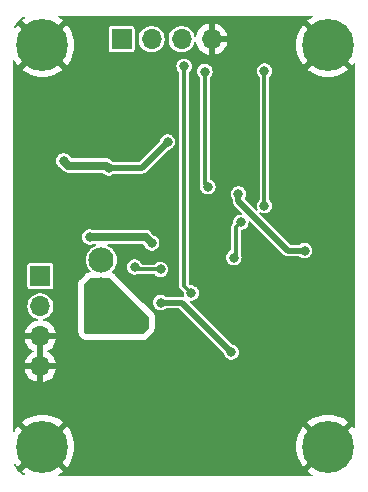
<source format=gbr>
%TF.GenerationSoftware,KiCad,Pcbnew,8.0.7*%
%TF.CreationDate,2025-03-30T15:33:26+02:00*%
%TF.ProjectId,StrainGauge,53747261-696e-4476-9175-67652e6b6963,rev?*%
%TF.SameCoordinates,Original*%
%TF.FileFunction,Copper,L2,Bot*%
%TF.FilePolarity,Positive*%
%FSLAX46Y46*%
G04 Gerber Fmt 4.6, Leading zero omitted, Abs format (unit mm)*
G04 Created by KiCad (PCBNEW 8.0.7) date 2025-03-30 15:33:26*
%MOMM*%
%LPD*%
G01*
G04 APERTURE LIST*
%TA.AperFunction,ComponentPad*%
%ADD10C,0.700000*%
%TD*%
%TA.AperFunction,ComponentPad*%
%ADD11C,4.400000*%
%TD*%
%TA.AperFunction,ComponentPad*%
%ADD12R,1.700000X1.700000*%
%TD*%
%TA.AperFunction,ComponentPad*%
%ADD13O,1.700000X1.700000*%
%TD*%
%TA.AperFunction,ComponentPad*%
%ADD14C,2.133600*%
%TD*%
%TA.AperFunction,ViaPad*%
%ADD15C,0.800000*%
%TD*%
%TA.AperFunction,Conductor*%
%ADD16C,0.500000*%
%TD*%
%TA.AperFunction,Conductor*%
%ADD17C,0.300000*%
%TD*%
%TA.AperFunction,Conductor*%
%ADD18C,0.700000*%
%TD*%
G04 APERTURE END LIST*
D10*
%TO.P,H3,1,1*%
%TO.N,GND*%
X153516726Y-129000000D03*
X154000000Y-127833274D03*
X154000000Y-130166726D03*
X155166726Y-127350000D03*
D11*
X155166726Y-129000000D03*
D10*
X155166726Y-130650000D03*
X156333452Y-127833274D03*
X156333452Y-130166726D03*
X156816726Y-129000000D03*
%TD*%
D12*
%TO.P,J3,1,Pin_1*%
%TO.N,+BATT*%
X130825000Y-114580000D03*
D13*
%TO.P,J3,2,Pin_2*%
X130825000Y-117120000D03*
%TO.P,J3,3,Pin_3*%
%TO.N,GND*%
X130825000Y-119660000D03*
%TO.P,J3,4,Pin_4*%
X130825000Y-122200000D03*
%TD*%
D10*
%TO.P,H1,1,1*%
%TO.N,GND*%
X129350000Y-95000000D03*
X129833274Y-93833274D03*
X129833274Y-96166726D03*
X131000000Y-93350000D03*
D11*
X131000000Y-95000000D03*
D10*
X131000000Y-96650000D03*
X132166726Y-93833274D03*
X132166726Y-96166726D03*
X132650000Y-95000000D03*
%TD*%
D14*
%TO.P,RV1,1,1*%
%TO.N,/Rseries*%
X136000000Y-118290000D03*
%TO.P,RV1,2,2*%
X136000000Y-115750000D03*
%TO.P,RV1,3,3*%
%TO.N,/Rg-*%
X136000000Y-113210001D03*
%TD*%
D10*
%TO.P,H4,1,1*%
%TO.N,GND*%
X129350000Y-129000000D03*
X129833274Y-127833274D03*
X129833274Y-130166726D03*
X131000000Y-127350000D03*
D11*
X131000000Y-129000000D03*
D10*
X131000000Y-130650000D03*
X132166726Y-127833274D03*
X132166726Y-130166726D03*
X132650000Y-129000000D03*
%TD*%
%TO.P,H2,1,1*%
%TO.N,GND*%
X153516726Y-95000000D03*
X154000000Y-93833274D03*
X154000000Y-96166726D03*
X155166726Y-93350000D03*
D11*
X155166726Y-95000000D03*
D10*
X155166726Y-96650000D03*
X156333452Y-93833274D03*
X156333452Y-96166726D03*
X156816726Y-95000000D03*
%TD*%
D12*
%TO.P,J1,1,Pin_1*%
%TO.N,VCC*%
X137700000Y-94500000D03*
D13*
%TO.P,J1,2,Pin_2*%
%TO.N,/AREF*%
X140240000Y-94500000D03*
%TO.P,J1,3,Pin_3*%
%TO.N,/ADC*%
X142779999Y-94500000D03*
%TO.P,J1,4,Pin_4*%
%TO.N,GND*%
X145320000Y-94500000D03*
%TD*%
D15*
%TO.N,/Vbdg+*%
X147000000Y-121000000D03*
%TO.N,VCC*%
X145000000Y-107000000D03*
X144750000Y-97250000D03*
%TO.N,GND*%
X152200000Y-110250000D03*
X138800000Y-108200000D03*
X135000000Y-95000000D03*
X147600000Y-118200000D03*
X144200000Y-110000000D03*
X141400000Y-101400000D03*
X153200000Y-99000000D03*
X146800000Y-116800000D03*
X153200000Y-101800000D03*
X131000000Y-105400000D03*
X152400000Y-97600000D03*
X147600000Y-96800000D03*
X152400000Y-100400000D03*
X149600000Y-115000000D03*
X151600000Y-99000000D03*
X147000000Y-119600000D03*
X146000000Y-118200000D03*
X145600000Y-112600000D03*
X141000000Y-108000000D03*
X147200000Y-105600000D03*
%TO.N,/AmpRef*%
X149800000Y-97200000D03*
X149800000Y-108600000D03*
X147800000Y-110000000D03*
X147200000Y-113000000D03*
%TO.N,+2V5*%
X132800000Y-104800000D03*
X141600000Y-103200000D03*
X136600000Y-105400000D03*
%TO.N,/ADC*%
X143000000Y-96800000D03*
X143600000Y-116000000D03*
%TO.N,/Vbdg+*%
X141000000Y-116800000D03*
%TO.N,/AmpOffset*%
X153200000Y-112400000D03*
X147600000Y-107600000D03*
%TO.N,/Rseries*%
X138500000Y-118500000D03*
%TO.N,/Rg-*%
X141000000Y-114000000D03*
X138800000Y-113800000D03*
%TO.N,+BATT*%
X135000000Y-111250000D03*
X140250000Y-111750000D03*
%TD*%
D16*
%TO.N,/Vbdg+*%
X141000000Y-116800000D02*
X142800000Y-116800000D01*
X142800000Y-116800000D02*
X147000000Y-121000000D01*
D17*
%TO.N,/AmpRef*%
X147200000Y-113000000D02*
X147400000Y-112800000D01*
X147400000Y-112800000D02*
X147400000Y-110400000D01*
X147400000Y-110400000D02*
X147800000Y-110000000D01*
%TO.N,VCC*%
X144750000Y-106750000D02*
X145000000Y-107000000D01*
X144750000Y-97250000D02*
X144750000Y-106750000D01*
%TO.N,/AmpRef*%
X149800000Y-108600000D02*
X149800000Y-97200000D01*
D18*
%TO.N,+2V5*%
X136600000Y-105400000D02*
X136400000Y-105200000D01*
X136400000Y-105200000D02*
X133200000Y-105200000D01*
X133200000Y-105200000D02*
X132800000Y-104800000D01*
D16*
X141600000Y-103200000D02*
X139400000Y-105400000D01*
X139400000Y-105400000D02*
X136600000Y-105400000D01*
D17*
%TO.N,/ADC*%
X143000000Y-115400000D02*
X143600000Y-116000000D01*
X143000000Y-96800000D02*
X143000000Y-115400000D01*
D16*
%TO.N,/AmpOffset*%
X153200000Y-112400000D02*
X151800000Y-112400000D01*
X147600000Y-108200000D02*
X147600000Y-107600000D01*
X151800000Y-112400000D02*
X147600000Y-108200000D01*
D17*
%TO.N,/Rg-*%
X141000000Y-114000000D02*
X139000000Y-114000000D01*
X139000000Y-114000000D02*
X138800000Y-113800000D01*
D18*
%TO.N,+BATT*%
X135000000Y-111250000D02*
X139750000Y-111250000D01*
X139750000Y-111250000D02*
X140250000Y-111750000D01*
%TD*%
%TA.AperFunction,Conductor*%
%TO.N,GND*%
G36*
X131075000Y-121766988D02*
G01*
X131017993Y-121734075D01*
X130890826Y-121700000D01*
X130759174Y-121700000D01*
X130632007Y-121734075D01*
X130575000Y-121766988D01*
X130575000Y-120093012D01*
X130632007Y-120125925D01*
X130759174Y-120160000D01*
X130890826Y-120160000D01*
X131017993Y-120125925D01*
X131075000Y-120093012D01*
X131075000Y-121766988D01*
G37*
%TD.AperFunction*%
%TA.AperFunction,Conductor*%
G36*
X153869252Y-92522174D02*
G01*
X153890926Y-92574500D01*
X153869252Y-92626826D01*
X153855209Y-92637828D01*
X153630144Y-92773884D01*
X153441756Y-92921476D01*
X154583989Y-94063709D01*
X154450124Y-94160967D01*
X154327693Y-94283398D01*
X154230435Y-94417263D01*
X153088202Y-93275030D01*
X152940610Y-93463418D01*
X152771626Y-93742950D01*
X152771622Y-93742959D01*
X152637565Y-94040824D01*
X152540392Y-94352658D01*
X152481512Y-94673957D01*
X152461791Y-95000000D01*
X152481512Y-95326042D01*
X152540392Y-95647341D01*
X152637565Y-95959175D01*
X152771622Y-96257040D01*
X152771627Y-96257049D01*
X152940608Y-96536578D01*
X153088202Y-96724968D01*
X154230434Y-95582735D01*
X154327693Y-95716602D01*
X154450124Y-95839033D01*
X154583988Y-95936290D01*
X153441756Y-97078522D01*
X153630147Y-97226117D01*
X153909676Y-97395098D01*
X153909685Y-97395103D01*
X154207550Y-97529160D01*
X154519384Y-97626333D01*
X154840683Y-97685213D01*
X155166726Y-97704934D01*
X155492768Y-97685213D01*
X155814067Y-97626333D01*
X156125901Y-97529160D01*
X156423766Y-97395103D01*
X156423775Y-97395098D01*
X156703304Y-97226117D01*
X156891694Y-97078522D01*
X155749462Y-95936290D01*
X155883328Y-95839033D01*
X156005759Y-95716602D01*
X156103016Y-95582736D01*
X157245248Y-96724968D01*
X157367248Y-96569248D01*
X157416580Y-96541425D01*
X157471137Y-96556633D01*
X157498960Y-96605965D01*
X157499500Y-96614885D01*
X157499500Y-127385113D01*
X157477826Y-127437439D01*
X157425500Y-127459113D01*
X157373174Y-127437439D01*
X157367248Y-127430750D01*
X157245248Y-127275030D01*
X156103016Y-128417262D01*
X156005759Y-128283398D01*
X155883328Y-128160967D01*
X155749461Y-128063708D01*
X156891695Y-126921476D01*
X156703304Y-126773882D01*
X156423775Y-126604901D01*
X156423766Y-126604896D01*
X156125901Y-126470839D01*
X155814067Y-126373666D01*
X155492768Y-126314786D01*
X155166726Y-126295065D01*
X154840683Y-126314786D01*
X154519384Y-126373666D01*
X154207550Y-126470839D01*
X153909685Y-126604896D01*
X153909676Y-126604900D01*
X153630144Y-126773884D01*
X153441756Y-126921476D01*
X154583989Y-128063709D01*
X154450124Y-128160967D01*
X154327693Y-128283398D01*
X154230435Y-128417263D01*
X153088202Y-127275030D01*
X152940610Y-127463418D01*
X152771626Y-127742950D01*
X152771622Y-127742959D01*
X152637565Y-128040824D01*
X152540392Y-128352658D01*
X152481512Y-128673957D01*
X152461791Y-129000000D01*
X152481512Y-129326042D01*
X152540392Y-129647341D01*
X152637565Y-129959175D01*
X152771622Y-130257040D01*
X152771627Y-130257049D01*
X152940608Y-130536578D01*
X153088202Y-130724968D01*
X154230434Y-129582735D01*
X154327693Y-129716602D01*
X154450124Y-129839033D01*
X154583988Y-129936290D01*
X153441756Y-131078522D01*
X153630147Y-131226117D01*
X153855209Y-131362172D01*
X153888776Y-131407791D01*
X153880254Y-131463783D01*
X153834635Y-131497350D01*
X153816926Y-131499500D01*
X132349800Y-131499500D01*
X132297474Y-131477826D01*
X132275800Y-131425500D01*
X132297474Y-131373174D01*
X132311517Y-131362172D01*
X132536578Y-131226117D01*
X132724968Y-131078522D01*
X131582736Y-129936290D01*
X131716602Y-129839033D01*
X131839033Y-129716602D01*
X131936290Y-129582736D01*
X133078522Y-130724968D01*
X133226117Y-130536578D01*
X133395098Y-130257049D01*
X133395103Y-130257040D01*
X133529160Y-129959175D01*
X133626333Y-129647341D01*
X133685213Y-129326042D01*
X133704934Y-129000000D01*
X133685213Y-128673957D01*
X133626333Y-128352658D01*
X133529160Y-128040824D01*
X133395103Y-127742959D01*
X133395098Y-127742950D01*
X133226117Y-127463421D01*
X133078522Y-127275030D01*
X131936290Y-128417262D01*
X131839033Y-128283398D01*
X131716602Y-128160967D01*
X131582735Y-128063708D01*
X132724969Y-126921476D01*
X132536578Y-126773882D01*
X132257049Y-126604901D01*
X132257040Y-126604896D01*
X131959175Y-126470839D01*
X131647341Y-126373666D01*
X131326042Y-126314786D01*
X131000000Y-126295065D01*
X130673957Y-126314786D01*
X130352658Y-126373666D01*
X130040824Y-126470839D01*
X129742959Y-126604896D01*
X129742950Y-126604900D01*
X129463418Y-126773884D01*
X129275030Y-126921476D01*
X130417263Y-128063709D01*
X130283398Y-128160967D01*
X130160967Y-128283398D01*
X130063709Y-128417263D01*
X128921476Y-127275030D01*
X128773884Y-127463418D01*
X128637828Y-127688483D01*
X128592209Y-127722050D01*
X128536217Y-127713528D01*
X128502650Y-127667909D01*
X128500500Y-127650200D01*
X128500500Y-119409999D01*
X129494363Y-119409999D01*
X129494364Y-119410000D01*
X130391988Y-119410000D01*
X130359075Y-119467007D01*
X130325000Y-119594174D01*
X130325000Y-119725826D01*
X130359075Y-119852993D01*
X130391988Y-119910000D01*
X129494363Y-119910000D01*
X129551566Y-120123483D01*
X129551571Y-120123494D01*
X129651401Y-120337579D01*
X129786888Y-120531075D01*
X129953924Y-120698111D01*
X130147420Y-120833599D01*
X130210326Y-120862933D01*
X130248589Y-120904691D01*
X130246119Y-120961274D01*
X130210327Y-120997066D01*
X130147423Y-121026399D01*
X129953921Y-121161890D01*
X129786890Y-121328921D01*
X129651401Y-121522421D01*
X129551567Y-121736512D01*
X129494363Y-121949999D01*
X129494364Y-121950000D01*
X130391988Y-121950000D01*
X130359075Y-122007007D01*
X130325000Y-122134174D01*
X130325000Y-122265826D01*
X130359075Y-122392993D01*
X130391988Y-122450000D01*
X129494363Y-122450000D01*
X129551566Y-122663483D01*
X129551571Y-122663494D01*
X129651401Y-122877579D01*
X129786888Y-123071075D01*
X129953924Y-123238111D01*
X130147420Y-123373598D01*
X130361505Y-123473428D01*
X130361508Y-123473430D01*
X130575000Y-123530634D01*
X130575000Y-122633012D01*
X130632007Y-122665925D01*
X130759174Y-122700000D01*
X130890826Y-122700000D01*
X131017993Y-122665925D01*
X131075000Y-122633012D01*
X131075000Y-123530634D01*
X131288491Y-123473430D01*
X131288494Y-123473428D01*
X131502579Y-123373598D01*
X131696075Y-123238111D01*
X131863111Y-123071075D01*
X131998598Y-122877579D01*
X132098428Y-122663494D01*
X132098433Y-122663483D01*
X132155636Y-122450000D01*
X131258012Y-122450000D01*
X131290925Y-122392993D01*
X131325000Y-122265826D01*
X131325000Y-122134174D01*
X131290925Y-122007007D01*
X131258012Y-121950000D01*
X132155636Y-121950000D01*
X132155636Y-121949999D01*
X132098432Y-121736512D01*
X131998598Y-121522421D01*
X131863109Y-121328921D01*
X131696075Y-121161888D01*
X131696076Y-121161888D01*
X131502579Y-121026401D01*
X131439673Y-120997067D01*
X131401410Y-120955309D01*
X131403880Y-120898726D01*
X131439673Y-120862933D01*
X131502579Y-120833598D01*
X131696075Y-120698111D01*
X131863111Y-120531075D01*
X131998598Y-120337579D01*
X132098428Y-120123494D01*
X132098433Y-120123483D01*
X132155636Y-119910000D01*
X131258012Y-119910000D01*
X131290925Y-119852993D01*
X131325000Y-119725826D01*
X131325000Y-119594174D01*
X131290925Y-119467007D01*
X131258012Y-119410000D01*
X132155636Y-119410000D01*
X132155636Y-119409999D01*
X132098432Y-119196512D01*
X131998598Y-118982421D01*
X131863109Y-118788921D01*
X131696075Y-118621888D01*
X131696076Y-118621888D01*
X131502579Y-118486401D01*
X131288494Y-118386571D01*
X131288483Y-118386566D01*
X131089608Y-118333278D01*
X131044675Y-118298800D01*
X131037283Y-118242647D01*
X131071761Y-118197714D01*
X131095161Y-118189060D01*
X131127456Y-118183024D01*
X131317637Y-118109348D01*
X131491041Y-118001981D01*
X131641764Y-117864579D01*
X131764673Y-117701821D01*
X131855582Y-117519250D01*
X131911397Y-117323083D01*
X131911482Y-117322174D01*
X131930215Y-117120003D01*
X131930215Y-117119996D01*
X131911398Y-116916923D01*
X131911397Y-116916917D01*
X131855582Y-116720750D01*
X131764673Y-116538179D01*
X131764670Y-116538175D01*
X131764670Y-116538174D01*
X131641765Y-116375421D01*
X131641764Y-116375420D01*
X131491041Y-116238019D01*
X131409133Y-116187304D01*
X131317637Y-116130652D01*
X131127456Y-116056976D01*
X131039407Y-116040516D01*
X130926979Y-116019500D01*
X130926976Y-116019500D01*
X130723024Y-116019500D01*
X130723020Y-116019500D01*
X130573116Y-116047522D01*
X130522544Y-116056976D01*
X130522542Y-116056976D01*
X130522540Y-116056977D01*
X130332368Y-116130650D01*
X130332363Y-116130652D01*
X130332358Y-116130654D01*
X130332358Y-116130655D01*
X130158958Y-116238019D01*
X130158957Y-116238019D01*
X130008235Y-116375420D01*
X130008234Y-116375421D01*
X129885329Y-116538174D01*
X129885328Y-116538177D01*
X129794418Y-116720750D01*
X129794416Y-116720755D01*
X129738602Y-116916917D01*
X129738601Y-116916923D01*
X129719785Y-117119996D01*
X129719785Y-117120003D01*
X129738601Y-117323076D01*
X129738602Y-117323082D01*
X129794416Y-117519244D01*
X129794418Y-117519250D01*
X129885327Y-117701821D01*
X129885328Y-117701822D01*
X129885329Y-117701825D01*
X130008234Y-117864578D01*
X130008235Y-117864579D01*
X130124912Y-117970943D01*
X130158959Y-118001981D01*
X130332363Y-118109348D01*
X130522544Y-118183024D01*
X130554836Y-118189060D01*
X130602288Y-118219980D01*
X130613978Y-118275398D01*
X130583058Y-118322850D01*
X130560391Y-118333278D01*
X130361516Y-118386566D01*
X130361505Y-118386571D01*
X130147421Y-118486401D01*
X129953921Y-118621890D01*
X129786890Y-118788921D01*
X129651401Y-118982421D01*
X129551567Y-119196512D01*
X129494363Y-119409999D01*
X128500500Y-119409999D01*
X128500500Y-113705326D01*
X129724500Y-113705326D01*
X129724500Y-115454674D01*
X129739034Y-115527740D01*
X129794399Y-115610601D01*
X129877260Y-115665966D01*
X129950326Y-115680500D01*
X129950328Y-115680500D01*
X131699672Y-115680500D01*
X131699674Y-115680500D01*
X131772740Y-115665966D01*
X131855601Y-115610601D01*
X131910966Y-115527740D01*
X131925500Y-115454674D01*
X131925500Y-115301357D01*
X133994500Y-115301357D01*
X133994500Y-119198653D01*
X133997396Y-119252678D01*
X134000231Y-119279037D01*
X134000233Y-119279056D01*
X134008885Y-119332447D01*
X134059168Y-119467258D01*
X134059167Y-119467258D01*
X134092649Y-119528575D01*
X134092653Y-119528580D01*
X134178877Y-119643761D01*
X134356239Y-119821123D01*
X134356248Y-119821131D01*
X134356249Y-119821132D01*
X134396497Y-119857286D01*
X134396520Y-119857305D01*
X134417138Y-119873919D01*
X134417151Y-119873929D01*
X134452917Y-119899719D01*
X134461026Y-119905567D01*
X134591903Y-119965338D01*
X134591908Y-119965339D01*
X134591920Y-119965344D01*
X134658920Y-119985017D01*
X134658927Y-119985018D01*
X134658942Y-119985023D01*
X134658946Y-119985024D01*
X134801362Y-120005500D01*
X134801368Y-120005500D01*
X139448622Y-120005500D01*
X139448638Y-120005500D01*
X139502678Y-120002603D01*
X139529036Y-119999769D01*
X139529051Y-119999766D01*
X139529056Y-119999766D01*
X139560972Y-119994593D01*
X139582448Y-119991114D01*
X139651555Y-119965338D01*
X139717258Y-119940832D01*
X139778575Y-119907350D01*
X139778576Y-119907349D01*
X139778580Y-119907347D01*
X139893761Y-119821123D01*
X140321123Y-119393761D01*
X140357288Y-119353500D01*
X140373922Y-119332858D01*
X140405567Y-119288974D01*
X140465338Y-119158097D01*
X140465340Y-119158086D01*
X140465344Y-119158079D01*
X140485017Y-119091079D01*
X140485017Y-119091076D01*
X140485023Y-119091058D01*
X140485024Y-119091054D01*
X140505500Y-118948638D01*
X140505500Y-118051362D01*
X140502603Y-117997322D01*
X140499769Y-117970964D01*
X140491114Y-117917552D01*
X140440832Y-117782743D01*
X140440831Y-117782741D01*
X140440832Y-117782741D01*
X140407350Y-117721424D01*
X140392675Y-117701821D01*
X140321123Y-117606239D01*
X139514880Y-116799996D01*
X140344722Y-116799996D01*
X140344722Y-116800003D01*
X140363761Y-116956808D01*
X140363764Y-116956822D01*
X140419778Y-117104521D01*
X140509516Y-117234529D01*
X140509517Y-117234530D01*
X140627760Y-117339283D01*
X140767635Y-117412696D01*
X140921015Y-117450500D01*
X140921019Y-117450500D01*
X141078981Y-117450500D01*
X141078985Y-117450500D01*
X141232365Y-117412696D01*
X141372240Y-117339283D01*
X141395011Y-117319110D01*
X141444082Y-117300500D01*
X142562034Y-117300500D01*
X142614360Y-117322174D01*
X146333926Y-121041740D01*
X146355060Y-121085146D01*
X146363761Y-121156808D01*
X146363764Y-121156822D01*
X146419778Y-121304521D01*
X146509516Y-121434529D01*
X146509517Y-121434530D01*
X146627760Y-121539283D01*
X146767635Y-121612696D01*
X146921015Y-121650500D01*
X146921019Y-121650500D01*
X147078981Y-121650500D01*
X147078985Y-121650500D01*
X147232365Y-121612696D01*
X147372240Y-121539283D01*
X147490483Y-121434530D01*
X147580220Y-121304523D01*
X147636237Y-121156818D01*
X147643288Y-121098742D01*
X147655278Y-121000003D01*
X147655278Y-120999996D01*
X147636238Y-120843191D01*
X147636237Y-120843182D01*
X147628213Y-120822025D01*
X147580221Y-120695478D01*
X147490483Y-120565470D01*
X147372240Y-120460717D01*
X147360139Y-120454366D01*
X147232366Y-120387304D01*
X147139210Y-120364343D01*
X147078985Y-120349500D01*
X147078984Y-120349500D01*
X147074639Y-120348429D01*
X147074923Y-120347274D01*
X147036262Y-120328448D01*
X143484640Y-116776826D01*
X143462966Y-116724500D01*
X143484640Y-116672174D01*
X143536966Y-116650500D01*
X143678981Y-116650500D01*
X143678985Y-116650500D01*
X143832365Y-116612696D01*
X143972240Y-116539283D01*
X144090483Y-116434530D01*
X144180220Y-116304523D01*
X144236237Y-116156818D01*
X144248360Y-116056976D01*
X144255278Y-116000003D01*
X144255278Y-115999996D01*
X144236238Y-115843191D01*
X144236237Y-115843182D01*
X144228213Y-115822025D01*
X144180221Y-115695478D01*
X144090483Y-115565470D01*
X144047894Y-115527740D01*
X143972240Y-115460717D01*
X143957013Y-115452725D01*
X143832366Y-115387304D01*
X143678987Y-115349500D01*
X143678985Y-115349500D01*
X143546545Y-115349500D01*
X143494219Y-115327826D01*
X143422174Y-115255781D01*
X143400500Y-115203455D01*
X143400500Y-112999996D01*
X146544722Y-112999996D01*
X146544722Y-113000003D01*
X146563761Y-113156808D01*
X146563764Y-113156822D01*
X146619778Y-113304521D01*
X146676919Y-113387304D01*
X146709517Y-113434530D01*
X146827760Y-113539283D01*
X146967635Y-113612696D01*
X147121015Y-113650500D01*
X147121019Y-113650500D01*
X147278981Y-113650500D01*
X147278985Y-113650500D01*
X147432365Y-113612696D01*
X147572240Y-113539283D01*
X147690483Y-113434530D01*
X147780220Y-113304523D01*
X147836237Y-113156818D01*
X147849146Y-113050500D01*
X147855278Y-113000003D01*
X147855278Y-112999996D01*
X147836237Y-112843182D01*
X147805309Y-112761630D01*
X147800500Y-112735389D01*
X147800500Y-110724500D01*
X147822174Y-110672174D01*
X147874500Y-110650500D01*
X147878981Y-110650500D01*
X147878985Y-110650500D01*
X148032365Y-110612696D01*
X148172240Y-110539283D01*
X148290483Y-110434530D01*
X148380220Y-110304523D01*
X148436237Y-110156818D01*
X148455278Y-110000000D01*
X148448385Y-109943230D01*
X148463593Y-109888674D01*
X148512925Y-109860851D01*
X148567482Y-109876059D01*
X148574171Y-109881985D01*
X151492686Y-112800500D01*
X151606814Y-112866392D01*
X151734105Y-112900499D01*
X151734106Y-112900500D01*
X151734108Y-112900500D01*
X151865892Y-112900500D01*
X152755918Y-112900500D01*
X152804989Y-112919110D01*
X152827760Y-112939283D01*
X152967635Y-113012696D01*
X153121015Y-113050500D01*
X153121019Y-113050500D01*
X153278981Y-113050500D01*
X153278985Y-113050500D01*
X153432365Y-113012696D01*
X153572240Y-112939283D01*
X153690483Y-112834530D01*
X153780220Y-112704523D01*
X153783651Y-112695478D01*
X153798892Y-112655288D01*
X153836237Y-112556818D01*
X153847906Y-112460716D01*
X153855278Y-112400003D01*
X153855278Y-112399996D01*
X153836238Y-112243191D01*
X153836237Y-112243182D01*
X153813993Y-112184529D01*
X153780221Y-112095478D01*
X153690483Y-111965470D01*
X153644237Y-111924500D01*
X153572240Y-111860717D01*
X153552773Y-111850500D01*
X153432366Y-111787304D01*
X153278987Y-111749500D01*
X153278985Y-111749500D01*
X153121015Y-111749500D01*
X153121012Y-111749500D01*
X152967633Y-111787304D01*
X152827764Y-111860714D01*
X152827755Y-111860720D01*
X152804989Y-111880890D01*
X152755918Y-111899500D01*
X152037966Y-111899500D01*
X151985640Y-111877826D01*
X149391348Y-109283534D01*
X149369674Y-109231208D01*
X149391348Y-109178882D01*
X149443674Y-109157208D01*
X149478064Y-109165685D01*
X149567633Y-109212695D01*
X149567635Y-109212696D01*
X149721015Y-109250500D01*
X149721019Y-109250500D01*
X149878981Y-109250500D01*
X149878985Y-109250500D01*
X150032365Y-109212696D01*
X150172240Y-109139283D01*
X150290483Y-109034530D01*
X150380220Y-108904523D01*
X150436237Y-108756818D01*
X150455278Y-108600000D01*
X150436237Y-108443182D01*
X150417274Y-108393181D01*
X150380221Y-108295478D01*
X150290481Y-108165467D01*
X150225429Y-108107836D01*
X150200635Y-108056914D01*
X150200500Y-108052446D01*
X150200500Y-97747552D01*
X150222174Y-97695226D01*
X150225429Y-97692162D01*
X150234045Y-97684529D01*
X150290483Y-97634530D01*
X150380220Y-97504523D01*
X150436237Y-97356818D01*
X150449207Y-97250000D01*
X150455278Y-97200003D01*
X150455278Y-97199996D01*
X150436238Y-97043191D01*
X150436237Y-97043182D01*
X150399183Y-96945478D01*
X150380221Y-96895478D01*
X150290483Y-96765470D01*
X150228679Y-96710717D01*
X150172240Y-96660717D01*
X150160139Y-96654366D01*
X150032366Y-96587304D01*
X149878987Y-96549500D01*
X149878985Y-96549500D01*
X149721015Y-96549500D01*
X149721012Y-96549500D01*
X149567633Y-96587304D01*
X149427761Y-96660716D01*
X149309516Y-96765470D01*
X149219779Y-96895478D01*
X149219778Y-96895478D01*
X149163764Y-97043177D01*
X149163761Y-97043191D01*
X149144722Y-97199996D01*
X149144722Y-97200003D01*
X149163761Y-97356808D01*
X149163764Y-97356822D01*
X149219778Y-97504521D01*
X149309516Y-97634529D01*
X149374571Y-97692162D01*
X149399365Y-97743084D01*
X149399500Y-97747552D01*
X149399500Y-108052446D01*
X149377826Y-108104772D01*
X149374571Y-108107836D01*
X149309518Y-108165467D01*
X149219779Y-108295478D01*
X149219778Y-108295478D01*
X149163764Y-108443177D01*
X149163761Y-108443191D01*
X149144722Y-108599996D01*
X149144722Y-108600003D01*
X149163761Y-108756808D01*
X149163764Y-108756822D01*
X149219778Y-108904521D01*
X149221861Y-108908489D01*
X149220552Y-108909175D01*
X149231339Y-108959424D01*
X149200588Y-109006986D01*
X149145212Y-109018873D01*
X149106225Y-108998411D01*
X148155269Y-108047455D01*
X148133595Y-107995129D01*
X148146693Y-107953094D01*
X148180220Y-107904523D01*
X148236237Y-107756818D01*
X148249146Y-107650500D01*
X148255278Y-107600003D01*
X148255278Y-107599996D01*
X148236238Y-107443191D01*
X148236237Y-107443182D01*
X148183651Y-107304523D01*
X148180221Y-107295478D01*
X148090483Y-107165470D01*
X148080717Y-107156818D01*
X147972240Y-107060717D01*
X147856561Y-107000003D01*
X147832366Y-106987304D01*
X147678987Y-106949500D01*
X147678985Y-106949500D01*
X147521015Y-106949500D01*
X147521012Y-106949500D01*
X147367633Y-106987304D01*
X147227761Y-107060716D01*
X147109516Y-107165470D01*
X147019779Y-107295478D01*
X147019778Y-107295478D01*
X146963764Y-107443177D01*
X146963761Y-107443191D01*
X146944722Y-107599996D01*
X146944722Y-107600003D01*
X146963761Y-107756808D01*
X146963764Y-107756822D01*
X147019778Y-107904521D01*
X147053305Y-107953092D01*
X147086401Y-108001040D01*
X147099500Y-108043076D01*
X147099500Y-108265894D01*
X147133606Y-108393181D01*
X147133610Y-108393190D01*
X147199500Y-108507314D01*
X147915360Y-109223174D01*
X147937034Y-109275500D01*
X147915360Y-109327826D01*
X147863034Y-109349500D01*
X147721012Y-109349500D01*
X147567633Y-109387304D01*
X147427761Y-109460716D01*
X147309516Y-109565470D01*
X147219779Y-109695478D01*
X147219778Y-109695478D01*
X147163764Y-109843177D01*
X147163761Y-109843191D01*
X147144722Y-109999996D01*
X147144722Y-110000000D01*
X147146103Y-110011379D01*
X147150002Y-110043495D01*
X147134791Y-110098051D01*
X147128868Y-110104737D01*
X147079520Y-110154086D01*
X147026792Y-110245412D01*
X147026793Y-110245413D01*
X146999500Y-110347273D01*
X146999500Y-112325845D01*
X146977826Y-112378171D01*
X146959890Y-112391368D01*
X146827761Y-112460716D01*
X146709516Y-112565470D01*
X146619779Y-112695478D01*
X146619778Y-112695478D01*
X146563764Y-112843177D01*
X146563761Y-112843191D01*
X146544722Y-112999996D01*
X143400500Y-112999996D01*
X143400500Y-97347552D01*
X143422174Y-97295226D01*
X143425429Y-97292162D01*
X143473017Y-97250003D01*
X143473025Y-97249996D01*
X144094722Y-97249996D01*
X144094722Y-97250003D01*
X144113761Y-97406808D01*
X144113764Y-97406822D01*
X144169778Y-97554521D01*
X144259516Y-97684529D01*
X144259517Y-97684530D01*
X144282549Y-97704934D01*
X144324571Y-97742162D01*
X144349365Y-97793084D01*
X144349500Y-97797552D01*
X144349500Y-106802727D01*
X144358986Y-106838132D01*
X144360967Y-106866202D01*
X144344722Y-106999995D01*
X144344722Y-107000003D01*
X144363761Y-107156808D01*
X144363764Y-107156822D01*
X144419778Y-107304521D01*
X144509516Y-107434529D01*
X144509517Y-107434530D01*
X144627760Y-107539283D01*
X144767635Y-107612696D01*
X144921015Y-107650500D01*
X144921019Y-107650500D01*
X145078981Y-107650500D01*
X145078985Y-107650500D01*
X145232365Y-107612696D01*
X145372240Y-107539283D01*
X145490483Y-107434530D01*
X145580220Y-107304523D01*
X145583651Y-107295478D01*
X145598892Y-107255288D01*
X145636237Y-107156818D01*
X145655278Y-107000000D01*
X145655277Y-106999995D01*
X145639032Y-106866202D01*
X145636237Y-106843182D01*
X145628213Y-106822025D01*
X145580221Y-106695478D01*
X145490483Y-106565470D01*
X145372240Y-106460717D01*
X145365915Y-106457397D01*
X145232367Y-106387304D01*
X145206788Y-106380999D01*
X145161171Y-106347431D01*
X145150500Y-106309150D01*
X145150500Y-97797552D01*
X145172174Y-97745226D01*
X145175429Y-97742162D01*
X145240483Y-97684530D01*
X145330220Y-97554523D01*
X145386237Y-97406818D01*
X145405278Y-97250000D01*
X145403399Y-97234529D01*
X145386238Y-97093191D01*
X145386237Y-97093182D01*
X145334523Y-96956822D01*
X145330221Y-96945478D01*
X145240483Y-96815470D01*
X145184044Y-96765470D01*
X145122240Y-96710717D01*
X145110139Y-96704366D01*
X144982366Y-96637304D01*
X144828987Y-96599500D01*
X144828985Y-96599500D01*
X144671015Y-96599500D01*
X144671012Y-96599500D01*
X144517633Y-96637304D01*
X144377761Y-96710716D01*
X144259516Y-96815470D01*
X144169779Y-96945478D01*
X144169778Y-96945478D01*
X144113764Y-97093177D01*
X144113761Y-97093191D01*
X144094722Y-97249996D01*
X143473025Y-97249996D01*
X143490483Y-97234530D01*
X143580220Y-97104523D01*
X143636237Y-96956818D01*
X143655278Y-96800000D01*
X143651085Y-96765470D01*
X143636238Y-96643191D01*
X143636237Y-96643182D01*
X143625505Y-96614885D01*
X143580221Y-96495478D01*
X143490483Y-96365470D01*
X143429582Y-96311517D01*
X143372240Y-96260717D01*
X143360139Y-96254366D01*
X143232366Y-96187304D01*
X143078987Y-96149500D01*
X143078985Y-96149500D01*
X142921015Y-96149500D01*
X142921012Y-96149500D01*
X142767633Y-96187304D01*
X142627761Y-96260716D01*
X142509516Y-96365470D01*
X142419779Y-96495478D01*
X142419778Y-96495478D01*
X142363764Y-96643177D01*
X142363761Y-96643191D01*
X142344722Y-96799996D01*
X142344722Y-96800003D01*
X142363761Y-96956808D01*
X142363764Y-96956822D01*
X142419778Y-97104521D01*
X142509516Y-97234529D01*
X142574571Y-97292162D01*
X142599365Y-97343084D01*
X142599500Y-97347552D01*
X142599500Y-115347273D01*
X142599500Y-115452727D01*
X142600022Y-115454674D01*
X142626793Y-115554588D01*
X142626795Y-115554592D01*
X142679517Y-115645909D01*
X142679518Y-115645910D01*
X142679520Y-115645913D01*
X142876784Y-115843177D01*
X142928867Y-115895260D01*
X142950541Y-115947586D01*
X142950002Y-115956503D01*
X142945374Y-115994627D01*
X142944723Y-115999996D01*
X142944722Y-116000001D01*
X142944722Y-116000003D01*
X142963761Y-116156808D01*
X142963764Y-116156822D01*
X142983821Y-116209708D01*
X142982110Y-116266319D01*
X142940870Y-116305139D01*
X142895479Y-116307427D01*
X142865893Y-116299500D01*
X142865892Y-116299500D01*
X141444082Y-116299500D01*
X141395011Y-116280890D01*
X141372244Y-116260720D01*
X141372235Y-116260714D01*
X141232366Y-116187304D01*
X141078987Y-116149500D01*
X141078985Y-116149500D01*
X140921015Y-116149500D01*
X140921012Y-116149500D01*
X140767633Y-116187304D01*
X140627761Y-116260716D01*
X140509516Y-116365470D01*
X140419779Y-116495478D01*
X140419778Y-116495478D01*
X140363764Y-116643177D01*
X140363761Y-116643191D01*
X140344722Y-116799996D01*
X139514880Y-116799996D01*
X137143761Y-114428877D01*
X137136299Y-114422174D01*
X137103502Y-114392713D01*
X137103479Y-114392694D01*
X137082861Y-114376080D01*
X137082848Y-114376070D01*
X137038975Y-114344433D01*
X136922793Y-114291373D01*
X136884200Y-114249920D01*
X136886223Y-114193319D01*
X136901206Y-114171738D01*
X137012965Y-114059980D01*
X137145173Y-113871167D01*
X137178361Y-113799996D01*
X138144722Y-113799996D01*
X138144722Y-113800003D01*
X138163761Y-113956808D01*
X138163764Y-113956822D01*
X138219778Y-114104521D01*
X138281071Y-114193319D01*
X138309517Y-114234530D01*
X138427760Y-114339283D01*
X138567635Y-114412696D01*
X138721015Y-114450500D01*
X138721019Y-114450500D01*
X138878981Y-114450500D01*
X138878985Y-114450500D01*
X139032365Y-114412696D01*
X139039449Y-114408978D01*
X139073841Y-114400500D01*
X140447189Y-114400500D01*
X140499515Y-114422174D01*
X140508088Y-114432461D01*
X140509514Y-114434527D01*
X140509515Y-114434528D01*
X140509516Y-114434529D01*
X140509517Y-114434530D01*
X140627760Y-114539283D01*
X140767635Y-114612696D01*
X140921015Y-114650500D01*
X140921019Y-114650500D01*
X141078981Y-114650500D01*
X141078985Y-114650500D01*
X141232365Y-114612696D01*
X141372240Y-114539283D01*
X141490483Y-114434530D01*
X141580220Y-114304523D01*
X141636237Y-114156818D01*
X141655278Y-114000000D01*
X141650035Y-113956822D01*
X141636238Y-113843191D01*
X141636237Y-113843182D01*
X141628213Y-113822025D01*
X141580221Y-113695478D01*
X141490483Y-113565470D01*
X141472341Y-113549398D01*
X141372240Y-113460717D01*
X141332055Y-113439626D01*
X141232366Y-113387304D01*
X141078987Y-113349500D01*
X141078985Y-113349500D01*
X140921015Y-113349500D01*
X140921012Y-113349500D01*
X140767633Y-113387304D01*
X140627761Y-113460716D01*
X140509515Y-113565471D01*
X140509514Y-113565472D01*
X140508088Y-113567539D01*
X140507141Y-113568150D01*
X140506547Y-113568822D01*
X140506359Y-113568656D01*
X140460525Y-113598288D01*
X140447189Y-113599500D01*
X139470749Y-113599500D01*
X139418423Y-113577826D01*
X139401558Y-113551740D01*
X139380221Y-113495478D01*
X139290483Y-113365470D01*
X139221685Y-113304521D01*
X139172240Y-113260717D01*
X139160139Y-113254366D01*
X139032366Y-113187304D01*
X138878987Y-113149500D01*
X138878985Y-113149500D01*
X138721015Y-113149500D01*
X138721012Y-113149500D01*
X138567633Y-113187304D01*
X138427761Y-113260716D01*
X138309516Y-113365470D01*
X138219779Y-113495478D01*
X138219778Y-113495478D01*
X138163764Y-113643177D01*
X138163761Y-113643191D01*
X138144722Y-113799996D01*
X137178361Y-113799996D01*
X137242586Y-113662265D01*
X137302243Y-113439622D01*
X137311171Y-113337568D01*
X137322332Y-113210006D01*
X137322332Y-113209995D01*
X137303960Y-113000003D01*
X137302243Y-112980380D01*
X137271700Y-112866393D01*
X137242588Y-112757744D01*
X137242587Y-112757743D01*
X137242586Y-112757737D01*
X137145173Y-112548835D01*
X137012965Y-112360022D01*
X136849979Y-112197036D01*
X136661166Y-112064828D01*
X136504056Y-111991566D01*
X136465794Y-111949809D01*
X136468264Y-111893226D01*
X136510022Y-111854963D01*
X136535331Y-111850500D01*
X139470613Y-111850500D01*
X139522938Y-111872173D01*
X139597970Y-111947206D01*
X139636854Y-111986090D01*
X139653719Y-112012175D01*
X139669779Y-112054522D01*
X139676894Y-112064829D01*
X139759517Y-112184530D01*
X139877760Y-112289283D01*
X140017635Y-112362696D01*
X140171015Y-112400500D01*
X140171019Y-112400500D01*
X140328981Y-112400500D01*
X140328985Y-112400500D01*
X140482365Y-112362696D01*
X140622240Y-112289283D01*
X140740483Y-112184530D01*
X140830220Y-112054523D01*
X140886237Y-111906818D01*
X140905278Y-111750000D01*
X140905217Y-111749500D01*
X140886238Y-111593191D01*
X140886237Y-111593182D01*
X140871575Y-111554521D01*
X140830221Y-111445478D01*
X140740483Y-111315470D01*
X140666585Y-111250003D01*
X140622240Y-111210717D01*
X140617552Y-111208256D01*
X140501121Y-111147147D01*
X140483185Y-111133950D01*
X140230521Y-110881285D01*
X140118716Y-110769480D01*
X140016935Y-110710717D01*
X139981786Y-110690423D01*
X139981781Y-110690421D01*
X139829059Y-110649499D01*
X139829057Y-110649499D01*
X139670943Y-110649499D01*
X139666413Y-110649499D01*
X139666397Y-110649500D01*
X135273841Y-110649500D01*
X135239449Y-110641022D01*
X135232365Y-110637303D01*
X135078987Y-110599500D01*
X135078985Y-110599500D01*
X134921015Y-110599500D01*
X134921012Y-110599500D01*
X134767633Y-110637304D01*
X134627761Y-110710716D01*
X134509516Y-110815470D01*
X134419779Y-110945478D01*
X134419778Y-110945478D01*
X134363764Y-111093177D01*
X134363761Y-111093191D01*
X134344722Y-111249996D01*
X134344722Y-111250003D01*
X134363761Y-111406808D01*
X134363764Y-111406822D01*
X134419778Y-111554521D01*
X134446464Y-111593182D01*
X134509517Y-111684530D01*
X134627760Y-111789283D01*
X134767635Y-111862696D01*
X134921015Y-111900500D01*
X134921019Y-111900500D01*
X135078981Y-111900500D01*
X135078985Y-111900500D01*
X135232365Y-111862696D01*
X135236136Y-111860717D01*
X135239449Y-111858978D01*
X135273841Y-111850500D01*
X135464669Y-111850500D01*
X135516995Y-111872174D01*
X135538669Y-111924500D01*
X135516995Y-111976826D01*
X135495944Y-111991565D01*
X135338834Y-112064828D01*
X135338833Y-112064829D01*
X135150020Y-112197036D01*
X134987035Y-112360021D01*
X134958692Y-112400500D01*
X134854827Y-112548835D01*
X134761510Y-112748953D01*
X134757416Y-112757733D01*
X134757411Y-112757744D01*
X134697757Y-112980375D01*
X134697756Y-112980383D01*
X134677668Y-113209995D01*
X134677668Y-113210006D01*
X134697756Y-113439618D01*
X134697757Y-113439626D01*
X134757411Y-113662257D01*
X134757413Y-113662261D01*
X134757414Y-113662265D01*
X134854827Y-113871167D01*
X134945034Y-113999996D01*
X134987035Y-114059980D01*
X135048102Y-114121047D01*
X135069776Y-114173373D01*
X135048102Y-114225699D01*
X134999747Y-114247266D01*
X134997332Y-114247395D01*
X134970962Y-114250231D01*
X134970943Y-114250233D01*
X134917552Y-114258885D01*
X134782741Y-114309167D01*
X134721424Y-114342649D01*
X134606236Y-114428879D01*
X134178867Y-114856249D01*
X134142713Y-114896497D01*
X134142694Y-114896520D01*
X134126080Y-114917138D01*
X134126070Y-114917151D01*
X134094435Y-114961022D01*
X134034660Y-115091907D01*
X134034655Y-115091920D01*
X134014982Y-115158920D01*
X134014975Y-115158950D01*
X133994500Y-115301357D01*
X131925500Y-115301357D01*
X131925500Y-113705326D01*
X131910966Y-113632260D01*
X131855601Y-113549399D01*
X131772740Y-113494034D01*
X131699674Y-113479500D01*
X129950326Y-113479500D01*
X129901615Y-113489189D01*
X129877259Y-113494034D01*
X129794399Y-113549398D01*
X129794398Y-113549399D01*
X129739034Y-113632259D01*
X129733065Y-113662268D01*
X129724500Y-113705326D01*
X128500500Y-113705326D01*
X128500500Y-104799996D01*
X132144722Y-104799996D01*
X132144722Y-104800003D01*
X132163761Y-104956808D01*
X132163764Y-104956822D01*
X132219778Y-105104521D01*
X132309516Y-105234529D01*
X132309517Y-105234530D01*
X132427760Y-105339283D01*
X132477251Y-105365258D01*
X132548878Y-105402852D01*
X132566814Y-105416049D01*
X132716891Y-105566126D01*
X132716896Y-105566132D01*
X132719480Y-105568716D01*
X132831284Y-105680520D01*
X132968216Y-105759577D01*
X132968220Y-105759578D01*
X133052426Y-105782141D01*
X133052428Y-105782141D01*
X133052434Y-105782143D01*
X133098106Y-105794381D01*
X133120941Y-105800500D01*
X133120942Y-105800500D01*
X133120943Y-105800500D01*
X136047189Y-105800500D01*
X136099515Y-105822174D01*
X136108088Y-105832461D01*
X136109514Y-105834527D01*
X136109515Y-105834528D01*
X136109516Y-105834529D01*
X136109517Y-105834530D01*
X136227760Y-105939283D01*
X136367635Y-106012696D01*
X136521015Y-106050500D01*
X136521019Y-106050500D01*
X136678981Y-106050500D01*
X136678985Y-106050500D01*
X136832365Y-106012696D01*
X136972240Y-105939283D01*
X136995011Y-105919110D01*
X137044082Y-105900500D01*
X139465894Y-105900500D01*
X139465894Y-105900499D01*
X139593186Y-105866392D01*
X139707314Y-105800500D01*
X141636263Y-103871550D01*
X141674924Y-103852729D01*
X141674639Y-103851571D01*
X141678984Y-103850500D01*
X141678985Y-103850500D01*
X141832365Y-103812696D01*
X141972240Y-103739283D01*
X142090483Y-103634530D01*
X142180220Y-103504523D01*
X142236237Y-103356818D01*
X142255278Y-103200000D01*
X142248017Y-103140203D01*
X142236238Y-103043191D01*
X142236238Y-103043190D01*
X142236237Y-103043182D01*
X142228213Y-103022025D01*
X142180221Y-102895478D01*
X142090483Y-102765470D01*
X141972240Y-102660717D01*
X141960139Y-102654366D01*
X141832366Y-102587304D01*
X141678987Y-102549500D01*
X141678985Y-102549500D01*
X141521015Y-102549500D01*
X141521012Y-102549500D01*
X141367633Y-102587304D01*
X141227761Y-102660716D01*
X141109516Y-102765470D01*
X141019779Y-102895477D01*
X140963764Y-103043179D01*
X140963761Y-103043190D01*
X140955060Y-103114852D01*
X140933926Y-103158258D01*
X139214360Y-104877826D01*
X139162034Y-104899500D01*
X137044082Y-104899500D01*
X136995011Y-104880890D01*
X136972244Y-104860720D01*
X136972238Y-104860716D01*
X136851121Y-104797147D01*
X136833186Y-104783950D01*
X136768716Y-104719480D01*
X136661437Y-104657543D01*
X136661437Y-104657542D01*
X136661435Y-104657542D01*
X136631785Y-104640423D01*
X136631781Y-104640421D01*
X136479059Y-104599499D01*
X136479057Y-104599499D01*
X136320943Y-104599499D01*
X136316413Y-104599499D01*
X136316397Y-104599500D01*
X133479387Y-104599500D01*
X133427061Y-104577826D01*
X133413144Y-104563909D01*
X133396280Y-104537825D01*
X133380220Y-104495477D01*
X133290483Y-104365470D01*
X133172240Y-104260717D01*
X133160139Y-104254366D01*
X133032366Y-104187304D01*
X132878987Y-104149500D01*
X132878985Y-104149500D01*
X132721015Y-104149500D01*
X132721012Y-104149500D01*
X132567633Y-104187304D01*
X132427761Y-104260716D01*
X132309516Y-104365470D01*
X132219779Y-104495478D01*
X132219778Y-104495478D01*
X132163764Y-104643177D01*
X132163761Y-104643191D01*
X132144722Y-104799996D01*
X128500500Y-104799996D01*
X128500500Y-96349800D01*
X128522174Y-96297474D01*
X128574500Y-96275800D01*
X128626826Y-96297474D01*
X128637828Y-96311517D01*
X128773882Y-96536578D01*
X128921476Y-96724968D01*
X130063708Y-95582735D01*
X130160967Y-95716602D01*
X130283398Y-95839033D01*
X130417262Y-95936290D01*
X129275030Y-97078522D01*
X129463421Y-97226117D01*
X129742950Y-97395098D01*
X129742959Y-97395103D01*
X130040824Y-97529160D01*
X130352658Y-97626333D01*
X130673957Y-97685213D01*
X131000000Y-97704934D01*
X131326042Y-97685213D01*
X131647341Y-97626333D01*
X131959175Y-97529160D01*
X132257040Y-97395103D01*
X132257049Y-97395098D01*
X132536578Y-97226117D01*
X132724968Y-97078522D01*
X131582736Y-95936290D01*
X131716602Y-95839033D01*
X131839033Y-95716602D01*
X131936290Y-95582736D01*
X133078522Y-96724968D01*
X133226117Y-96536578D01*
X133395098Y-96257049D01*
X133395103Y-96257040D01*
X133529160Y-95959175D01*
X133626333Y-95647341D01*
X133685213Y-95326042D01*
X133704934Y-95000000D01*
X133685213Y-94673957D01*
X133626333Y-94352658D01*
X133529160Y-94040824D01*
X133395103Y-93742959D01*
X133395098Y-93742950D01*
X133323992Y-93625326D01*
X136599500Y-93625326D01*
X136599500Y-95374674D01*
X136614034Y-95447740D01*
X136669399Y-95530601D01*
X136752260Y-95585966D01*
X136825326Y-95600500D01*
X136825328Y-95600500D01*
X138574672Y-95600500D01*
X138574674Y-95600500D01*
X138647740Y-95585966D01*
X138730601Y-95530601D01*
X138785966Y-95447740D01*
X138800500Y-95374674D01*
X138800500Y-94499996D01*
X139134785Y-94499996D01*
X139134785Y-94500003D01*
X139153601Y-94703076D01*
X139153602Y-94703082D01*
X139170376Y-94762034D01*
X139209418Y-94899250D01*
X139300327Y-95081821D01*
X139300328Y-95081822D01*
X139300329Y-95081825D01*
X139423234Y-95244578D01*
X139423235Y-95244579D01*
X139542776Y-95353554D01*
X139573959Y-95381981D01*
X139747363Y-95489348D01*
X139937544Y-95563024D01*
X140138024Y-95600500D01*
X140138026Y-95600500D01*
X140341974Y-95600500D01*
X140341976Y-95600500D01*
X140542456Y-95563024D01*
X140732637Y-95489348D01*
X140906041Y-95381981D01*
X141056764Y-95244579D01*
X141179673Y-95081821D01*
X141270582Y-94899250D01*
X141326397Y-94703083D01*
X141339116Y-94565826D01*
X141345215Y-94500003D01*
X141345215Y-94499996D01*
X141674784Y-94499996D01*
X141674784Y-94500003D01*
X141693600Y-94703076D01*
X141693601Y-94703082D01*
X141710375Y-94762034D01*
X141749417Y-94899250D01*
X141840326Y-95081821D01*
X141840327Y-95081822D01*
X141840328Y-95081825D01*
X141963233Y-95244578D01*
X141963234Y-95244579D01*
X142082775Y-95353554D01*
X142113958Y-95381981D01*
X142287362Y-95489348D01*
X142477543Y-95563024D01*
X142678023Y-95600500D01*
X142678025Y-95600500D01*
X142881973Y-95600500D01*
X142881975Y-95600500D01*
X143082455Y-95563024D01*
X143272636Y-95489348D01*
X143446040Y-95381981D01*
X143596763Y-95244579D01*
X143719672Y-95081821D01*
X143810581Y-94899250D01*
X143849935Y-94760935D01*
X143885101Y-94716539D01*
X143941361Y-94710012D01*
X143985758Y-94745178D01*
X143992588Y-94762034D01*
X144046566Y-94963483D01*
X144046571Y-94963494D01*
X144146401Y-95177579D01*
X144281888Y-95371075D01*
X144448924Y-95538111D01*
X144642420Y-95673598D01*
X144856505Y-95773428D01*
X144856508Y-95773430D01*
X145070000Y-95830634D01*
X145070000Y-94933012D01*
X145127007Y-94965925D01*
X145254174Y-95000000D01*
X145385826Y-95000000D01*
X145512993Y-94965925D01*
X145570000Y-94933012D01*
X145570000Y-95830634D01*
X145783491Y-95773430D01*
X145783494Y-95773428D01*
X145997579Y-95673598D01*
X146191075Y-95538111D01*
X146358111Y-95371075D01*
X146493598Y-95177579D01*
X146593428Y-94963494D01*
X146593433Y-94963483D01*
X146650636Y-94750000D01*
X145753012Y-94750000D01*
X145785925Y-94692993D01*
X145820000Y-94565826D01*
X145820000Y-94434174D01*
X145785925Y-94307007D01*
X145753012Y-94250000D01*
X146650636Y-94250000D01*
X146650636Y-94249999D01*
X146593432Y-94036512D01*
X146493598Y-93822421D01*
X146358109Y-93628921D01*
X146191075Y-93461888D01*
X146191076Y-93461888D01*
X145997579Y-93326401D01*
X145783494Y-93226571D01*
X145783483Y-93226566D01*
X145570000Y-93169363D01*
X145570000Y-94066988D01*
X145512993Y-94034075D01*
X145385826Y-94000000D01*
X145254174Y-94000000D01*
X145127007Y-94034075D01*
X145070000Y-94066988D01*
X145070000Y-93169363D01*
X145069999Y-93169363D01*
X144856512Y-93226567D01*
X144642421Y-93326401D01*
X144448921Y-93461890D01*
X144281890Y-93628921D01*
X144146401Y-93822421D01*
X144046571Y-94036505D01*
X144046566Y-94036516D01*
X143992588Y-94237965D01*
X143958110Y-94282898D01*
X143901957Y-94290290D01*
X143857024Y-94255812D01*
X143849935Y-94239063D01*
X143810582Y-94100755D01*
X143810581Y-94100750D01*
X143719672Y-93918179D01*
X143719669Y-93918175D01*
X143719669Y-93918174D01*
X143596764Y-93755421D01*
X143596763Y-93755420D01*
X143446040Y-93618019D01*
X143380667Y-93577542D01*
X143272636Y-93510652D01*
X143082455Y-93436976D01*
X142994406Y-93420516D01*
X142881978Y-93399500D01*
X142881975Y-93399500D01*
X142678023Y-93399500D01*
X142678019Y-93399500D01*
X142528115Y-93427522D01*
X142477543Y-93436976D01*
X142477541Y-93436976D01*
X142477539Y-93436977D01*
X142311980Y-93501115D01*
X142287362Y-93510652D01*
X142287357Y-93510654D01*
X142287357Y-93510655D01*
X142113957Y-93618019D01*
X142113956Y-93618019D01*
X141963234Y-93755420D01*
X141963233Y-93755421D01*
X141840328Y-93918174D01*
X141840327Y-93918177D01*
X141749417Y-94100750D01*
X141749415Y-94100755D01*
X141693601Y-94296917D01*
X141693600Y-94296923D01*
X141674784Y-94499996D01*
X141345215Y-94499996D01*
X141326398Y-94296923D01*
X141326397Y-94296917D01*
X141313048Y-94250000D01*
X141270582Y-94100750D01*
X141179673Y-93918179D01*
X141179670Y-93918175D01*
X141179670Y-93918174D01*
X141056765Y-93755421D01*
X141056764Y-93755420D01*
X140906041Y-93618019D01*
X140840668Y-93577542D01*
X140732637Y-93510652D01*
X140542456Y-93436976D01*
X140454407Y-93420516D01*
X140341979Y-93399500D01*
X140341976Y-93399500D01*
X140138024Y-93399500D01*
X140138020Y-93399500D01*
X139988116Y-93427522D01*
X139937544Y-93436976D01*
X139937542Y-93436976D01*
X139937540Y-93436977D01*
X139771981Y-93501115D01*
X139747363Y-93510652D01*
X139747358Y-93510654D01*
X139747358Y-93510655D01*
X139573958Y-93618019D01*
X139573957Y-93618019D01*
X139423235Y-93755420D01*
X139423234Y-93755421D01*
X139300329Y-93918174D01*
X139300328Y-93918177D01*
X139209418Y-94100750D01*
X139209416Y-94100755D01*
X139153602Y-94296917D01*
X139153601Y-94296923D01*
X139134785Y-94499996D01*
X138800500Y-94499996D01*
X138800500Y-93625326D01*
X138785966Y-93552260D01*
X138730601Y-93469399D01*
X138721654Y-93463421D01*
X138647740Y-93414034D01*
X138574674Y-93399500D01*
X136825326Y-93399500D01*
X136776615Y-93409189D01*
X136752259Y-93414034D01*
X136669399Y-93469398D01*
X136669398Y-93469399D01*
X136614034Y-93552259D01*
X136614034Y-93552260D01*
X136599500Y-93625326D01*
X133323992Y-93625326D01*
X133226117Y-93463421D01*
X133078522Y-93275030D01*
X131936290Y-94417262D01*
X131839033Y-94283398D01*
X131716602Y-94160967D01*
X131582735Y-94063708D01*
X132724969Y-92921476D01*
X132536578Y-92773882D01*
X132311517Y-92637828D01*
X132277950Y-92592209D01*
X132286472Y-92536217D01*
X132332091Y-92502650D01*
X132349800Y-92500500D01*
X153816926Y-92500500D01*
X153869252Y-92522174D01*
G37*
%TD.AperFunction*%
%TA.AperFunction,Conductor*%
G36*
X130160967Y-129716602D02*
G01*
X130283398Y-129839033D01*
X130417262Y-129936290D01*
X129275030Y-131078522D01*
X129463421Y-131226117D01*
X129521688Y-131261341D01*
X129555255Y-131306960D01*
X129546733Y-131362952D01*
X129501114Y-131396519D01*
X129457544Y-131394003D01*
X129382042Y-131365842D01*
X129372439Y-131361456D01*
X129193958Y-131263998D01*
X129185075Y-131258290D01*
X129022272Y-131136417D01*
X129014293Y-131129503D01*
X128870496Y-130985706D01*
X128863582Y-130977727D01*
X128741709Y-130814924D01*
X128736001Y-130806041D01*
X128638543Y-130627560D01*
X128634161Y-130617965D01*
X128605996Y-130542453D01*
X128608017Y-130485853D01*
X128649469Y-130447260D01*
X128706071Y-130449281D01*
X128738658Y-130478311D01*
X128773882Y-130536578D01*
X128921476Y-130724968D01*
X130063708Y-129582735D01*
X130160967Y-129716602D01*
G37*
%TD.AperFunction*%
%TA.AperFunction,Conductor*%
G36*
X129514147Y-92608016D02*
G01*
X129552741Y-92649468D01*
X129550720Y-92706069D01*
X129521691Y-92738656D01*
X129463422Y-92773881D01*
X129463419Y-92773884D01*
X129275030Y-92921476D01*
X130417263Y-94063709D01*
X130283398Y-94160967D01*
X130160967Y-94283398D01*
X130063709Y-94417263D01*
X128921476Y-93275030D01*
X128773884Y-93463419D01*
X128773881Y-93463422D01*
X128738656Y-93521691D01*
X128693037Y-93555257D01*
X128637045Y-93546734D01*
X128603479Y-93501115D01*
X128605994Y-93457550D01*
X128634163Y-93382028D01*
X128638538Y-93372449D01*
X128736004Y-93193953D01*
X128741705Y-93185080D01*
X128863589Y-93022263D01*
X128870489Y-93014300D01*
X129014300Y-92870489D01*
X129022263Y-92863589D01*
X129185080Y-92741705D01*
X129193953Y-92736004D01*
X129372449Y-92638538D01*
X129382028Y-92634163D01*
X129457549Y-92605995D01*
X129514147Y-92608016D01*
G37*
%TD.AperFunction*%
%TD*%
%TA.AperFunction,Conductor*%
%TO.N,/Rseries*%
G36*
X135715053Y-114753425D02*
G01*
X135754062Y-114762791D01*
X136000000Y-114782147D01*
X136245938Y-114762791D01*
X136284946Y-114753425D01*
X136313893Y-114750000D01*
X136698638Y-114750000D01*
X136765677Y-114769685D01*
X136786319Y-114786319D01*
X139963681Y-117963681D01*
X139997166Y-118025004D01*
X140000000Y-118051362D01*
X140000000Y-118948638D01*
X139980315Y-119015677D01*
X139963681Y-119036319D01*
X139536319Y-119463681D01*
X139474996Y-119497166D01*
X139448638Y-119500000D01*
X134801362Y-119500000D01*
X134734323Y-119480315D01*
X134713681Y-119463681D01*
X134536319Y-119286319D01*
X134502834Y-119224996D01*
X134500000Y-119198638D01*
X134500000Y-115301362D01*
X134519685Y-115234323D01*
X134536319Y-115213681D01*
X134963681Y-114786319D01*
X135025004Y-114752834D01*
X135051362Y-114750000D01*
X135686107Y-114750000D01*
X135715053Y-114753425D01*
G37*
%TD.AperFunction*%
%TD*%
M02*

</source>
